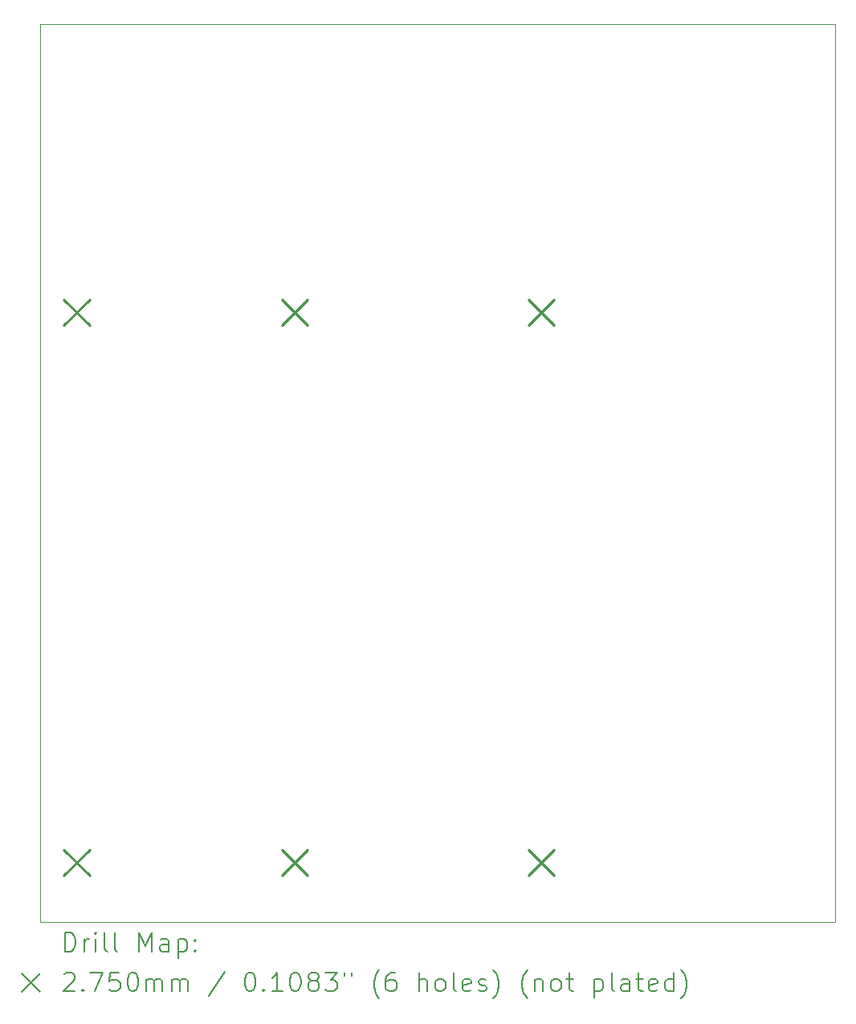
<source format=gbr>
%TF.GenerationSoftware,KiCad,Pcbnew,8.0.8*%
%TF.CreationDate,2025-02-26T00:31:46-08:00*%
%TF.ProjectId,AtInverter_v1,4174496e-7665-4727-9465-725f76312e6b,v1*%
%TF.SameCoordinates,Original*%
%TF.FileFunction,Drillmap*%
%TF.FilePolarity,Positive*%
%FSLAX45Y45*%
G04 Gerber Fmt 4.5, Leading zero omitted, Abs format (unit mm)*
G04 Created by KiCad (PCBNEW 8.0.8) date 2025-02-26 00:31:46*
%MOMM*%
%LPD*%
G01*
G04 APERTURE LIST*
%ADD10C,0.038100*%
%ADD11C,0.200000*%
%ADD12C,0.275000*%
G04 APERTURE END LIST*
D10*
X6350000Y-4191000D02*
X14732000Y-4191000D01*
X14732000Y-13652500D01*
X6350000Y-13652500D01*
X6350000Y-4191000D01*
D11*
D12*
X6593500Y-7092020D02*
X6868500Y-7367020D01*
X6868500Y-7092020D02*
X6593500Y-7367020D01*
X6593500Y-12892020D02*
X6868500Y-13167020D01*
X6868500Y-12892020D02*
X6593500Y-13167020D01*
X8893500Y-7092020D02*
X9168500Y-7367020D01*
X9168500Y-7092020D02*
X8893500Y-7367020D01*
X8893500Y-12892020D02*
X9168500Y-13167020D01*
X9168500Y-12892020D02*
X8893500Y-13167020D01*
X11493500Y-7092020D02*
X11768500Y-7367020D01*
X11768500Y-7092020D02*
X11493500Y-7367020D01*
X11493500Y-12892020D02*
X11768500Y-13167020D01*
X11768500Y-12892020D02*
X11493500Y-13167020D01*
D11*
X6608872Y-13965889D02*
X6608872Y-13765889D01*
X6608872Y-13765889D02*
X6656491Y-13765889D01*
X6656491Y-13765889D02*
X6685062Y-13775413D01*
X6685062Y-13775413D02*
X6704110Y-13794460D01*
X6704110Y-13794460D02*
X6713634Y-13813508D01*
X6713634Y-13813508D02*
X6723157Y-13851603D01*
X6723157Y-13851603D02*
X6723157Y-13880174D01*
X6723157Y-13880174D02*
X6713634Y-13918270D01*
X6713634Y-13918270D02*
X6704110Y-13937317D01*
X6704110Y-13937317D02*
X6685062Y-13956365D01*
X6685062Y-13956365D02*
X6656491Y-13965889D01*
X6656491Y-13965889D02*
X6608872Y-13965889D01*
X6808872Y-13965889D02*
X6808872Y-13832555D01*
X6808872Y-13870651D02*
X6818396Y-13851603D01*
X6818396Y-13851603D02*
X6827919Y-13842079D01*
X6827919Y-13842079D02*
X6846967Y-13832555D01*
X6846967Y-13832555D02*
X6866015Y-13832555D01*
X6932681Y-13965889D02*
X6932681Y-13832555D01*
X6932681Y-13765889D02*
X6923157Y-13775413D01*
X6923157Y-13775413D02*
X6932681Y-13784936D01*
X6932681Y-13784936D02*
X6942205Y-13775413D01*
X6942205Y-13775413D02*
X6932681Y-13765889D01*
X6932681Y-13765889D02*
X6932681Y-13784936D01*
X7056491Y-13965889D02*
X7037443Y-13956365D01*
X7037443Y-13956365D02*
X7027919Y-13937317D01*
X7027919Y-13937317D02*
X7027919Y-13765889D01*
X7161253Y-13965889D02*
X7142205Y-13956365D01*
X7142205Y-13956365D02*
X7132681Y-13937317D01*
X7132681Y-13937317D02*
X7132681Y-13765889D01*
X7389824Y-13965889D02*
X7389824Y-13765889D01*
X7389824Y-13765889D02*
X7456491Y-13908746D01*
X7456491Y-13908746D02*
X7523157Y-13765889D01*
X7523157Y-13765889D02*
X7523157Y-13965889D01*
X7704110Y-13965889D02*
X7704110Y-13861127D01*
X7704110Y-13861127D02*
X7694586Y-13842079D01*
X7694586Y-13842079D02*
X7675538Y-13832555D01*
X7675538Y-13832555D02*
X7637443Y-13832555D01*
X7637443Y-13832555D02*
X7618396Y-13842079D01*
X7704110Y-13956365D02*
X7685062Y-13965889D01*
X7685062Y-13965889D02*
X7637443Y-13965889D01*
X7637443Y-13965889D02*
X7618396Y-13956365D01*
X7618396Y-13956365D02*
X7608872Y-13937317D01*
X7608872Y-13937317D02*
X7608872Y-13918270D01*
X7608872Y-13918270D02*
X7618396Y-13899222D01*
X7618396Y-13899222D02*
X7637443Y-13889698D01*
X7637443Y-13889698D02*
X7685062Y-13889698D01*
X7685062Y-13889698D02*
X7704110Y-13880174D01*
X7799348Y-13832555D02*
X7799348Y-14032555D01*
X7799348Y-13842079D02*
X7818396Y-13832555D01*
X7818396Y-13832555D02*
X7856491Y-13832555D01*
X7856491Y-13832555D02*
X7875538Y-13842079D01*
X7875538Y-13842079D02*
X7885062Y-13851603D01*
X7885062Y-13851603D02*
X7894586Y-13870651D01*
X7894586Y-13870651D02*
X7894586Y-13927793D01*
X7894586Y-13927793D02*
X7885062Y-13946841D01*
X7885062Y-13946841D02*
X7875538Y-13956365D01*
X7875538Y-13956365D02*
X7856491Y-13965889D01*
X7856491Y-13965889D02*
X7818396Y-13965889D01*
X7818396Y-13965889D02*
X7799348Y-13956365D01*
X7980300Y-13946841D02*
X7989824Y-13956365D01*
X7989824Y-13956365D02*
X7980300Y-13965889D01*
X7980300Y-13965889D02*
X7970777Y-13956365D01*
X7970777Y-13956365D02*
X7980300Y-13946841D01*
X7980300Y-13946841D02*
X7980300Y-13965889D01*
X7980300Y-13842079D02*
X7989824Y-13851603D01*
X7989824Y-13851603D02*
X7980300Y-13861127D01*
X7980300Y-13861127D02*
X7970777Y-13851603D01*
X7970777Y-13851603D02*
X7980300Y-13842079D01*
X7980300Y-13842079D02*
X7980300Y-13861127D01*
X6148095Y-14194405D02*
X6348095Y-14394405D01*
X6348095Y-14194405D02*
X6148095Y-14394405D01*
X6599348Y-14204936D02*
X6608872Y-14195413D01*
X6608872Y-14195413D02*
X6627919Y-14185889D01*
X6627919Y-14185889D02*
X6675538Y-14185889D01*
X6675538Y-14185889D02*
X6694586Y-14195413D01*
X6694586Y-14195413D02*
X6704110Y-14204936D01*
X6704110Y-14204936D02*
X6713634Y-14223984D01*
X6713634Y-14223984D02*
X6713634Y-14243032D01*
X6713634Y-14243032D02*
X6704110Y-14271603D01*
X6704110Y-14271603D02*
X6589824Y-14385889D01*
X6589824Y-14385889D02*
X6713634Y-14385889D01*
X6799348Y-14366841D02*
X6808872Y-14376365D01*
X6808872Y-14376365D02*
X6799348Y-14385889D01*
X6799348Y-14385889D02*
X6789824Y-14376365D01*
X6789824Y-14376365D02*
X6799348Y-14366841D01*
X6799348Y-14366841D02*
X6799348Y-14385889D01*
X6875538Y-14185889D02*
X7008872Y-14185889D01*
X7008872Y-14185889D02*
X6923157Y-14385889D01*
X7180300Y-14185889D02*
X7085062Y-14185889D01*
X7085062Y-14185889D02*
X7075538Y-14281127D01*
X7075538Y-14281127D02*
X7085062Y-14271603D01*
X7085062Y-14271603D02*
X7104110Y-14262079D01*
X7104110Y-14262079D02*
X7151729Y-14262079D01*
X7151729Y-14262079D02*
X7170777Y-14271603D01*
X7170777Y-14271603D02*
X7180300Y-14281127D01*
X7180300Y-14281127D02*
X7189824Y-14300174D01*
X7189824Y-14300174D02*
X7189824Y-14347793D01*
X7189824Y-14347793D02*
X7180300Y-14366841D01*
X7180300Y-14366841D02*
X7170777Y-14376365D01*
X7170777Y-14376365D02*
X7151729Y-14385889D01*
X7151729Y-14385889D02*
X7104110Y-14385889D01*
X7104110Y-14385889D02*
X7085062Y-14376365D01*
X7085062Y-14376365D02*
X7075538Y-14366841D01*
X7313634Y-14185889D02*
X7332681Y-14185889D01*
X7332681Y-14185889D02*
X7351729Y-14195413D01*
X7351729Y-14195413D02*
X7361253Y-14204936D01*
X7361253Y-14204936D02*
X7370777Y-14223984D01*
X7370777Y-14223984D02*
X7380300Y-14262079D01*
X7380300Y-14262079D02*
X7380300Y-14309698D01*
X7380300Y-14309698D02*
X7370777Y-14347793D01*
X7370777Y-14347793D02*
X7361253Y-14366841D01*
X7361253Y-14366841D02*
X7351729Y-14376365D01*
X7351729Y-14376365D02*
X7332681Y-14385889D01*
X7332681Y-14385889D02*
X7313634Y-14385889D01*
X7313634Y-14385889D02*
X7294586Y-14376365D01*
X7294586Y-14376365D02*
X7285062Y-14366841D01*
X7285062Y-14366841D02*
X7275538Y-14347793D01*
X7275538Y-14347793D02*
X7266015Y-14309698D01*
X7266015Y-14309698D02*
X7266015Y-14262079D01*
X7266015Y-14262079D02*
X7275538Y-14223984D01*
X7275538Y-14223984D02*
X7285062Y-14204936D01*
X7285062Y-14204936D02*
X7294586Y-14195413D01*
X7294586Y-14195413D02*
X7313634Y-14185889D01*
X7466015Y-14385889D02*
X7466015Y-14252555D01*
X7466015Y-14271603D02*
X7475538Y-14262079D01*
X7475538Y-14262079D02*
X7494586Y-14252555D01*
X7494586Y-14252555D02*
X7523158Y-14252555D01*
X7523158Y-14252555D02*
X7542205Y-14262079D01*
X7542205Y-14262079D02*
X7551729Y-14281127D01*
X7551729Y-14281127D02*
X7551729Y-14385889D01*
X7551729Y-14281127D02*
X7561253Y-14262079D01*
X7561253Y-14262079D02*
X7580300Y-14252555D01*
X7580300Y-14252555D02*
X7608872Y-14252555D01*
X7608872Y-14252555D02*
X7627919Y-14262079D01*
X7627919Y-14262079D02*
X7637443Y-14281127D01*
X7637443Y-14281127D02*
X7637443Y-14385889D01*
X7732681Y-14385889D02*
X7732681Y-14252555D01*
X7732681Y-14271603D02*
X7742205Y-14262079D01*
X7742205Y-14262079D02*
X7761253Y-14252555D01*
X7761253Y-14252555D02*
X7789824Y-14252555D01*
X7789824Y-14252555D02*
X7808872Y-14262079D01*
X7808872Y-14262079D02*
X7818396Y-14281127D01*
X7818396Y-14281127D02*
X7818396Y-14385889D01*
X7818396Y-14281127D02*
X7827919Y-14262079D01*
X7827919Y-14262079D02*
X7846967Y-14252555D01*
X7846967Y-14252555D02*
X7875538Y-14252555D01*
X7875538Y-14252555D02*
X7894586Y-14262079D01*
X7894586Y-14262079D02*
X7904110Y-14281127D01*
X7904110Y-14281127D02*
X7904110Y-14385889D01*
X8294586Y-14176365D02*
X8123158Y-14433508D01*
X8551729Y-14185889D02*
X8570777Y-14185889D01*
X8570777Y-14185889D02*
X8589824Y-14195413D01*
X8589824Y-14195413D02*
X8599348Y-14204936D01*
X8599348Y-14204936D02*
X8608872Y-14223984D01*
X8608872Y-14223984D02*
X8618396Y-14262079D01*
X8618396Y-14262079D02*
X8618396Y-14309698D01*
X8618396Y-14309698D02*
X8608872Y-14347793D01*
X8608872Y-14347793D02*
X8599348Y-14366841D01*
X8599348Y-14366841D02*
X8589824Y-14376365D01*
X8589824Y-14376365D02*
X8570777Y-14385889D01*
X8570777Y-14385889D02*
X8551729Y-14385889D01*
X8551729Y-14385889D02*
X8532682Y-14376365D01*
X8532682Y-14376365D02*
X8523158Y-14366841D01*
X8523158Y-14366841D02*
X8513634Y-14347793D01*
X8513634Y-14347793D02*
X8504110Y-14309698D01*
X8504110Y-14309698D02*
X8504110Y-14262079D01*
X8504110Y-14262079D02*
X8513634Y-14223984D01*
X8513634Y-14223984D02*
X8523158Y-14204936D01*
X8523158Y-14204936D02*
X8532682Y-14195413D01*
X8532682Y-14195413D02*
X8551729Y-14185889D01*
X8704110Y-14366841D02*
X8713634Y-14376365D01*
X8713634Y-14376365D02*
X8704110Y-14385889D01*
X8704110Y-14385889D02*
X8694586Y-14376365D01*
X8694586Y-14376365D02*
X8704110Y-14366841D01*
X8704110Y-14366841D02*
X8704110Y-14385889D01*
X8904110Y-14385889D02*
X8789824Y-14385889D01*
X8846967Y-14385889D02*
X8846967Y-14185889D01*
X8846967Y-14185889D02*
X8827920Y-14214460D01*
X8827920Y-14214460D02*
X8808872Y-14233508D01*
X8808872Y-14233508D02*
X8789824Y-14243032D01*
X9027920Y-14185889D02*
X9046967Y-14185889D01*
X9046967Y-14185889D02*
X9066015Y-14195413D01*
X9066015Y-14195413D02*
X9075539Y-14204936D01*
X9075539Y-14204936D02*
X9085063Y-14223984D01*
X9085063Y-14223984D02*
X9094586Y-14262079D01*
X9094586Y-14262079D02*
X9094586Y-14309698D01*
X9094586Y-14309698D02*
X9085063Y-14347793D01*
X9085063Y-14347793D02*
X9075539Y-14366841D01*
X9075539Y-14366841D02*
X9066015Y-14376365D01*
X9066015Y-14376365D02*
X9046967Y-14385889D01*
X9046967Y-14385889D02*
X9027920Y-14385889D01*
X9027920Y-14385889D02*
X9008872Y-14376365D01*
X9008872Y-14376365D02*
X8999348Y-14366841D01*
X8999348Y-14366841D02*
X8989824Y-14347793D01*
X8989824Y-14347793D02*
X8980301Y-14309698D01*
X8980301Y-14309698D02*
X8980301Y-14262079D01*
X8980301Y-14262079D02*
X8989824Y-14223984D01*
X8989824Y-14223984D02*
X8999348Y-14204936D01*
X8999348Y-14204936D02*
X9008872Y-14195413D01*
X9008872Y-14195413D02*
X9027920Y-14185889D01*
X9208872Y-14271603D02*
X9189824Y-14262079D01*
X9189824Y-14262079D02*
X9180301Y-14252555D01*
X9180301Y-14252555D02*
X9170777Y-14233508D01*
X9170777Y-14233508D02*
X9170777Y-14223984D01*
X9170777Y-14223984D02*
X9180301Y-14204936D01*
X9180301Y-14204936D02*
X9189824Y-14195413D01*
X9189824Y-14195413D02*
X9208872Y-14185889D01*
X9208872Y-14185889D02*
X9246967Y-14185889D01*
X9246967Y-14185889D02*
X9266015Y-14195413D01*
X9266015Y-14195413D02*
X9275539Y-14204936D01*
X9275539Y-14204936D02*
X9285063Y-14223984D01*
X9285063Y-14223984D02*
X9285063Y-14233508D01*
X9285063Y-14233508D02*
X9275539Y-14252555D01*
X9275539Y-14252555D02*
X9266015Y-14262079D01*
X9266015Y-14262079D02*
X9246967Y-14271603D01*
X9246967Y-14271603D02*
X9208872Y-14271603D01*
X9208872Y-14271603D02*
X9189824Y-14281127D01*
X9189824Y-14281127D02*
X9180301Y-14290651D01*
X9180301Y-14290651D02*
X9170777Y-14309698D01*
X9170777Y-14309698D02*
X9170777Y-14347793D01*
X9170777Y-14347793D02*
X9180301Y-14366841D01*
X9180301Y-14366841D02*
X9189824Y-14376365D01*
X9189824Y-14376365D02*
X9208872Y-14385889D01*
X9208872Y-14385889D02*
X9246967Y-14385889D01*
X9246967Y-14385889D02*
X9266015Y-14376365D01*
X9266015Y-14376365D02*
X9275539Y-14366841D01*
X9275539Y-14366841D02*
X9285063Y-14347793D01*
X9285063Y-14347793D02*
X9285063Y-14309698D01*
X9285063Y-14309698D02*
X9275539Y-14290651D01*
X9275539Y-14290651D02*
X9266015Y-14281127D01*
X9266015Y-14281127D02*
X9246967Y-14271603D01*
X9351729Y-14185889D02*
X9475539Y-14185889D01*
X9475539Y-14185889D02*
X9408872Y-14262079D01*
X9408872Y-14262079D02*
X9437444Y-14262079D01*
X9437444Y-14262079D02*
X9456491Y-14271603D01*
X9456491Y-14271603D02*
X9466015Y-14281127D01*
X9466015Y-14281127D02*
X9475539Y-14300174D01*
X9475539Y-14300174D02*
X9475539Y-14347793D01*
X9475539Y-14347793D02*
X9466015Y-14366841D01*
X9466015Y-14366841D02*
X9456491Y-14376365D01*
X9456491Y-14376365D02*
X9437444Y-14385889D01*
X9437444Y-14385889D02*
X9380301Y-14385889D01*
X9380301Y-14385889D02*
X9361253Y-14376365D01*
X9361253Y-14376365D02*
X9351729Y-14366841D01*
X9551729Y-14185889D02*
X9551729Y-14223984D01*
X9627920Y-14185889D02*
X9627920Y-14223984D01*
X9923158Y-14462079D02*
X9913634Y-14452555D01*
X9913634Y-14452555D02*
X9894586Y-14423984D01*
X9894586Y-14423984D02*
X9885063Y-14404936D01*
X9885063Y-14404936D02*
X9875539Y-14376365D01*
X9875539Y-14376365D02*
X9866015Y-14328746D01*
X9866015Y-14328746D02*
X9866015Y-14290651D01*
X9866015Y-14290651D02*
X9875539Y-14243032D01*
X9875539Y-14243032D02*
X9885063Y-14214460D01*
X9885063Y-14214460D02*
X9894586Y-14195413D01*
X9894586Y-14195413D02*
X9913634Y-14166841D01*
X9913634Y-14166841D02*
X9923158Y-14157317D01*
X10085063Y-14185889D02*
X10046967Y-14185889D01*
X10046967Y-14185889D02*
X10027920Y-14195413D01*
X10027920Y-14195413D02*
X10018396Y-14204936D01*
X10018396Y-14204936D02*
X9999348Y-14233508D01*
X9999348Y-14233508D02*
X9989825Y-14271603D01*
X9989825Y-14271603D02*
X9989825Y-14347793D01*
X9989825Y-14347793D02*
X9999348Y-14366841D01*
X9999348Y-14366841D02*
X10008872Y-14376365D01*
X10008872Y-14376365D02*
X10027920Y-14385889D01*
X10027920Y-14385889D02*
X10066015Y-14385889D01*
X10066015Y-14385889D02*
X10085063Y-14376365D01*
X10085063Y-14376365D02*
X10094586Y-14366841D01*
X10094586Y-14366841D02*
X10104110Y-14347793D01*
X10104110Y-14347793D02*
X10104110Y-14300174D01*
X10104110Y-14300174D02*
X10094586Y-14281127D01*
X10094586Y-14281127D02*
X10085063Y-14271603D01*
X10085063Y-14271603D02*
X10066015Y-14262079D01*
X10066015Y-14262079D02*
X10027920Y-14262079D01*
X10027920Y-14262079D02*
X10008872Y-14271603D01*
X10008872Y-14271603D02*
X9999348Y-14281127D01*
X9999348Y-14281127D02*
X9989825Y-14300174D01*
X10342206Y-14385889D02*
X10342206Y-14185889D01*
X10427920Y-14385889D02*
X10427920Y-14281127D01*
X10427920Y-14281127D02*
X10418396Y-14262079D01*
X10418396Y-14262079D02*
X10399348Y-14252555D01*
X10399348Y-14252555D02*
X10370777Y-14252555D01*
X10370777Y-14252555D02*
X10351729Y-14262079D01*
X10351729Y-14262079D02*
X10342206Y-14271603D01*
X10551729Y-14385889D02*
X10532682Y-14376365D01*
X10532682Y-14376365D02*
X10523158Y-14366841D01*
X10523158Y-14366841D02*
X10513634Y-14347793D01*
X10513634Y-14347793D02*
X10513634Y-14290651D01*
X10513634Y-14290651D02*
X10523158Y-14271603D01*
X10523158Y-14271603D02*
X10532682Y-14262079D01*
X10532682Y-14262079D02*
X10551729Y-14252555D01*
X10551729Y-14252555D02*
X10580301Y-14252555D01*
X10580301Y-14252555D02*
X10599348Y-14262079D01*
X10599348Y-14262079D02*
X10608872Y-14271603D01*
X10608872Y-14271603D02*
X10618396Y-14290651D01*
X10618396Y-14290651D02*
X10618396Y-14347793D01*
X10618396Y-14347793D02*
X10608872Y-14366841D01*
X10608872Y-14366841D02*
X10599348Y-14376365D01*
X10599348Y-14376365D02*
X10580301Y-14385889D01*
X10580301Y-14385889D02*
X10551729Y-14385889D01*
X10732682Y-14385889D02*
X10713634Y-14376365D01*
X10713634Y-14376365D02*
X10704110Y-14357317D01*
X10704110Y-14357317D02*
X10704110Y-14185889D01*
X10885063Y-14376365D02*
X10866015Y-14385889D01*
X10866015Y-14385889D02*
X10827920Y-14385889D01*
X10827920Y-14385889D02*
X10808872Y-14376365D01*
X10808872Y-14376365D02*
X10799348Y-14357317D01*
X10799348Y-14357317D02*
X10799348Y-14281127D01*
X10799348Y-14281127D02*
X10808872Y-14262079D01*
X10808872Y-14262079D02*
X10827920Y-14252555D01*
X10827920Y-14252555D02*
X10866015Y-14252555D01*
X10866015Y-14252555D02*
X10885063Y-14262079D01*
X10885063Y-14262079D02*
X10894587Y-14281127D01*
X10894587Y-14281127D02*
X10894587Y-14300174D01*
X10894587Y-14300174D02*
X10799348Y-14319222D01*
X10970777Y-14376365D02*
X10989825Y-14385889D01*
X10989825Y-14385889D02*
X11027920Y-14385889D01*
X11027920Y-14385889D02*
X11046968Y-14376365D01*
X11046968Y-14376365D02*
X11056491Y-14357317D01*
X11056491Y-14357317D02*
X11056491Y-14347793D01*
X11056491Y-14347793D02*
X11046968Y-14328746D01*
X11046968Y-14328746D02*
X11027920Y-14319222D01*
X11027920Y-14319222D02*
X10999348Y-14319222D01*
X10999348Y-14319222D02*
X10980301Y-14309698D01*
X10980301Y-14309698D02*
X10970777Y-14290651D01*
X10970777Y-14290651D02*
X10970777Y-14281127D01*
X10970777Y-14281127D02*
X10980301Y-14262079D01*
X10980301Y-14262079D02*
X10999348Y-14252555D01*
X10999348Y-14252555D02*
X11027920Y-14252555D01*
X11027920Y-14252555D02*
X11046968Y-14262079D01*
X11123158Y-14462079D02*
X11132682Y-14452555D01*
X11132682Y-14452555D02*
X11151729Y-14423984D01*
X11151729Y-14423984D02*
X11161253Y-14404936D01*
X11161253Y-14404936D02*
X11170777Y-14376365D01*
X11170777Y-14376365D02*
X11180301Y-14328746D01*
X11180301Y-14328746D02*
X11180301Y-14290651D01*
X11180301Y-14290651D02*
X11170777Y-14243032D01*
X11170777Y-14243032D02*
X11161253Y-14214460D01*
X11161253Y-14214460D02*
X11151729Y-14195413D01*
X11151729Y-14195413D02*
X11132682Y-14166841D01*
X11132682Y-14166841D02*
X11123158Y-14157317D01*
X11485063Y-14462079D02*
X11475539Y-14452555D01*
X11475539Y-14452555D02*
X11456491Y-14423984D01*
X11456491Y-14423984D02*
X11446967Y-14404936D01*
X11446967Y-14404936D02*
X11437444Y-14376365D01*
X11437444Y-14376365D02*
X11427920Y-14328746D01*
X11427920Y-14328746D02*
X11427920Y-14290651D01*
X11427920Y-14290651D02*
X11437444Y-14243032D01*
X11437444Y-14243032D02*
X11446967Y-14214460D01*
X11446967Y-14214460D02*
X11456491Y-14195413D01*
X11456491Y-14195413D02*
X11475539Y-14166841D01*
X11475539Y-14166841D02*
X11485063Y-14157317D01*
X11561253Y-14252555D02*
X11561253Y-14385889D01*
X11561253Y-14271603D02*
X11570777Y-14262079D01*
X11570777Y-14262079D02*
X11589825Y-14252555D01*
X11589825Y-14252555D02*
X11618396Y-14252555D01*
X11618396Y-14252555D02*
X11637444Y-14262079D01*
X11637444Y-14262079D02*
X11646967Y-14281127D01*
X11646967Y-14281127D02*
X11646967Y-14385889D01*
X11770777Y-14385889D02*
X11751729Y-14376365D01*
X11751729Y-14376365D02*
X11742206Y-14366841D01*
X11742206Y-14366841D02*
X11732682Y-14347793D01*
X11732682Y-14347793D02*
X11732682Y-14290651D01*
X11732682Y-14290651D02*
X11742206Y-14271603D01*
X11742206Y-14271603D02*
X11751729Y-14262079D01*
X11751729Y-14262079D02*
X11770777Y-14252555D01*
X11770777Y-14252555D02*
X11799348Y-14252555D01*
X11799348Y-14252555D02*
X11818396Y-14262079D01*
X11818396Y-14262079D02*
X11827920Y-14271603D01*
X11827920Y-14271603D02*
X11837444Y-14290651D01*
X11837444Y-14290651D02*
X11837444Y-14347793D01*
X11837444Y-14347793D02*
X11827920Y-14366841D01*
X11827920Y-14366841D02*
X11818396Y-14376365D01*
X11818396Y-14376365D02*
X11799348Y-14385889D01*
X11799348Y-14385889D02*
X11770777Y-14385889D01*
X11894587Y-14252555D02*
X11970777Y-14252555D01*
X11923158Y-14185889D02*
X11923158Y-14357317D01*
X11923158Y-14357317D02*
X11932682Y-14376365D01*
X11932682Y-14376365D02*
X11951729Y-14385889D01*
X11951729Y-14385889D02*
X11970777Y-14385889D01*
X12189825Y-14252555D02*
X12189825Y-14452555D01*
X12189825Y-14262079D02*
X12208872Y-14252555D01*
X12208872Y-14252555D02*
X12246968Y-14252555D01*
X12246968Y-14252555D02*
X12266015Y-14262079D01*
X12266015Y-14262079D02*
X12275539Y-14271603D01*
X12275539Y-14271603D02*
X12285063Y-14290651D01*
X12285063Y-14290651D02*
X12285063Y-14347793D01*
X12285063Y-14347793D02*
X12275539Y-14366841D01*
X12275539Y-14366841D02*
X12266015Y-14376365D01*
X12266015Y-14376365D02*
X12246968Y-14385889D01*
X12246968Y-14385889D02*
X12208872Y-14385889D01*
X12208872Y-14385889D02*
X12189825Y-14376365D01*
X12399348Y-14385889D02*
X12380301Y-14376365D01*
X12380301Y-14376365D02*
X12370777Y-14357317D01*
X12370777Y-14357317D02*
X12370777Y-14185889D01*
X12561253Y-14385889D02*
X12561253Y-14281127D01*
X12561253Y-14281127D02*
X12551729Y-14262079D01*
X12551729Y-14262079D02*
X12532682Y-14252555D01*
X12532682Y-14252555D02*
X12494587Y-14252555D01*
X12494587Y-14252555D02*
X12475539Y-14262079D01*
X12561253Y-14376365D02*
X12542206Y-14385889D01*
X12542206Y-14385889D02*
X12494587Y-14385889D01*
X12494587Y-14385889D02*
X12475539Y-14376365D01*
X12475539Y-14376365D02*
X12466015Y-14357317D01*
X12466015Y-14357317D02*
X12466015Y-14338270D01*
X12466015Y-14338270D02*
X12475539Y-14319222D01*
X12475539Y-14319222D02*
X12494587Y-14309698D01*
X12494587Y-14309698D02*
X12542206Y-14309698D01*
X12542206Y-14309698D02*
X12561253Y-14300174D01*
X12627920Y-14252555D02*
X12704110Y-14252555D01*
X12656491Y-14185889D02*
X12656491Y-14357317D01*
X12656491Y-14357317D02*
X12666015Y-14376365D01*
X12666015Y-14376365D02*
X12685063Y-14385889D01*
X12685063Y-14385889D02*
X12704110Y-14385889D01*
X12846968Y-14376365D02*
X12827920Y-14385889D01*
X12827920Y-14385889D02*
X12789825Y-14385889D01*
X12789825Y-14385889D02*
X12770777Y-14376365D01*
X12770777Y-14376365D02*
X12761253Y-14357317D01*
X12761253Y-14357317D02*
X12761253Y-14281127D01*
X12761253Y-14281127D02*
X12770777Y-14262079D01*
X12770777Y-14262079D02*
X12789825Y-14252555D01*
X12789825Y-14252555D02*
X12827920Y-14252555D01*
X12827920Y-14252555D02*
X12846968Y-14262079D01*
X12846968Y-14262079D02*
X12856491Y-14281127D01*
X12856491Y-14281127D02*
X12856491Y-14300174D01*
X12856491Y-14300174D02*
X12761253Y-14319222D01*
X13027920Y-14385889D02*
X13027920Y-14185889D01*
X13027920Y-14376365D02*
X13008872Y-14385889D01*
X13008872Y-14385889D02*
X12970777Y-14385889D01*
X12970777Y-14385889D02*
X12951729Y-14376365D01*
X12951729Y-14376365D02*
X12942206Y-14366841D01*
X12942206Y-14366841D02*
X12932682Y-14347793D01*
X12932682Y-14347793D02*
X12932682Y-14290651D01*
X12932682Y-14290651D02*
X12942206Y-14271603D01*
X12942206Y-14271603D02*
X12951729Y-14262079D01*
X12951729Y-14262079D02*
X12970777Y-14252555D01*
X12970777Y-14252555D02*
X13008872Y-14252555D01*
X13008872Y-14252555D02*
X13027920Y-14262079D01*
X13104110Y-14462079D02*
X13113634Y-14452555D01*
X13113634Y-14452555D02*
X13132682Y-14423984D01*
X13132682Y-14423984D02*
X13142206Y-14404936D01*
X13142206Y-14404936D02*
X13151729Y-14376365D01*
X13151729Y-14376365D02*
X13161253Y-14328746D01*
X13161253Y-14328746D02*
X13161253Y-14290651D01*
X13161253Y-14290651D02*
X13151729Y-14243032D01*
X13151729Y-14243032D02*
X13142206Y-14214460D01*
X13142206Y-14214460D02*
X13132682Y-14195413D01*
X13132682Y-14195413D02*
X13113634Y-14166841D01*
X13113634Y-14166841D02*
X13104110Y-14157317D01*
M02*

</source>
